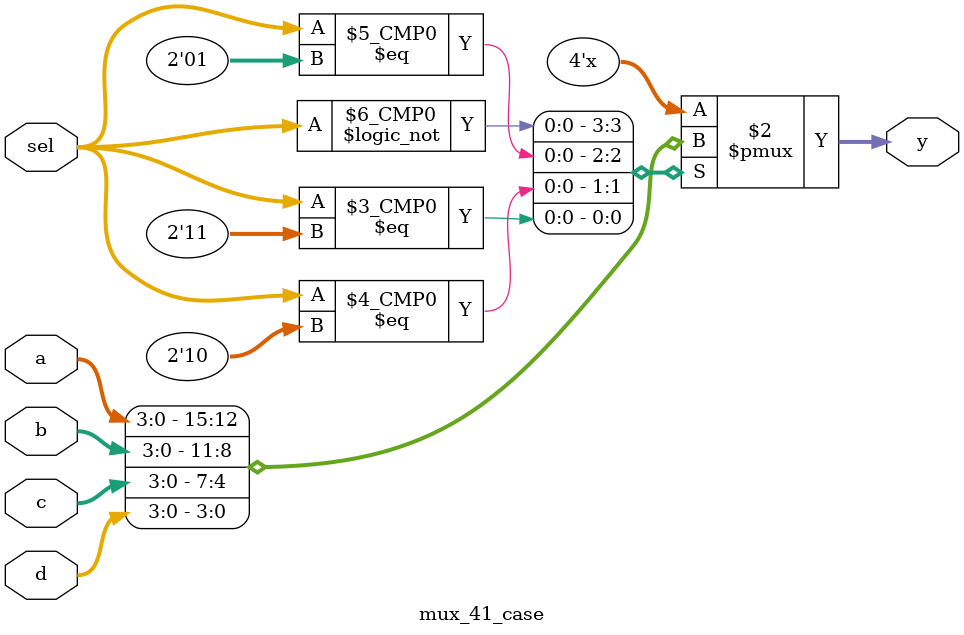
<source format=v>
`timescale 1ns / 1ps

module mux_41_case(
    input [3:0] a,
    input [3:0] b, 
    input [3:0] c,
    input [3:0] d, 
    input [1:0] sel,
    output reg [3:0] y 
);

    always @(sel, a, b, c, d) begin
        case(sel) 
            0 : y = a; 
            1 : y = b;
            2 : y = c; 
            3 : y = d; 
            default : y = 4'bx; 
        endcase
    end
endmodule

</source>
